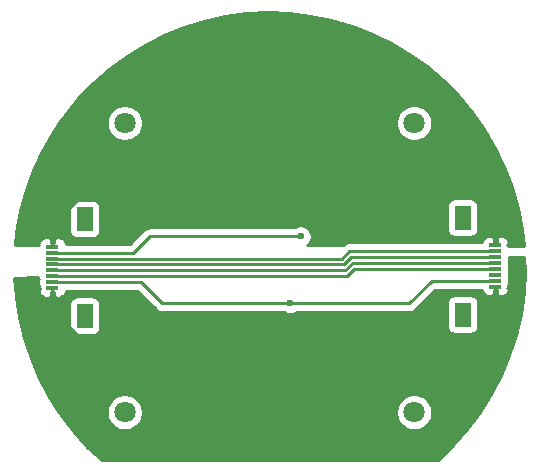
<source format=gbr>
G04 #@! TF.GenerationSoftware,KiCad,Pcbnew,(5.1.5)-3*
G04 #@! TF.CreationDate,2020-01-17T18:23:17+09:00*
G04 #@! TF.ProjectId,sig_sensor,7369675f-7365-46e7-936f-722e6b696361,rev?*
G04 #@! TF.SameCoordinates,Original*
G04 #@! TF.FileFunction,Copper,L1,Top*
G04 #@! TF.FilePolarity,Positive*
%FSLAX46Y46*%
G04 Gerber Fmt 4.6, Leading zero omitted, Abs format (unit mm)*
G04 Created by KiCad (PCBNEW (5.1.5)-3) date 2020-01-17 18:23:17*
%MOMM*%
%LPD*%
G04 APERTURE LIST*
%ADD10R,1.050000X0.350000*%
%ADD11R,1.350000X2.000000*%
%ADD12C,1.800000*%
%ADD13C,0.600000*%
%ADD14C,0.250000*%
%ADD15C,0.200000*%
%ADD16C,0.254000*%
G04 APERTURE END LIST*
D10*
X135160000Y-84750000D03*
X135160000Y-84250000D03*
X135160000Y-83750000D03*
X135160000Y-83250000D03*
X135160000Y-81250000D03*
X135160000Y-81750000D03*
X135160000Y-82250000D03*
X135160000Y-82750000D03*
D11*
X137910000Y-78900000D03*
X137910000Y-87100000D03*
D10*
X172660000Y-81140000D03*
X172660000Y-81640000D03*
X172660000Y-82140000D03*
X172660000Y-82640000D03*
X172660000Y-84640000D03*
X172660000Y-84140000D03*
X172660000Y-83640000D03*
X172660000Y-83140000D03*
D11*
X169910000Y-86990000D03*
X169910000Y-78790000D03*
D12*
X141300000Y-70770000D03*
X165800000Y-70770000D03*
X141300000Y-95270000D03*
X165800000Y-95270000D03*
D13*
X156380000Y-87820000D03*
X153941000Y-87800000D03*
X153090000Y-79450000D03*
X156190000Y-80380000D03*
X155300000Y-86040000D03*
D14*
X172660000Y-84640000D02*
X172660000Y-89468000D01*
X149184043Y-89468000D02*
X149124043Y-89408000D01*
X172660000Y-89468000D02*
X149184043Y-89468000D01*
X135160000Y-85175000D02*
X135160000Y-84750000D01*
X135160000Y-86610002D02*
X135160000Y-85175000D01*
X137957998Y-89408000D02*
X135160000Y-86610002D01*
X149124043Y-89408000D02*
X137957998Y-89408000D01*
X172660000Y-81140000D02*
X172660000Y-76260000D01*
X172660000Y-76260000D02*
X172600000Y-76200000D01*
X135160000Y-80825000D02*
X135160000Y-81250000D01*
X135160000Y-79389998D02*
X135160000Y-80825000D01*
X138349998Y-76200000D02*
X135160000Y-79389998D01*
X172600000Y-76200000D02*
X138349998Y-76200000D01*
X142036410Y-81750000D02*
X142076401Y-81710009D01*
X135160000Y-81750000D02*
X142036410Y-81750000D01*
X142076401Y-81710009D02*
X143283205Y-80503205D01*
X143283205Y-80503205D02*
X143406410Y-80380000D01*
X143406410Y-80380000D02*
X156190000Y-80380000D01*
X165376410Y-86040000D02*
X155300000Y-86040000D01*
X172660000Y-84140000D02*
X167276410Y-84140000D01*
X167276410Y-84140000D02*
X165376410Y-86040000D01*
X135935000Y-84250000D02*
X135160000Y-84250000D01*
X142690000Y-84250000D02*
X135935000Y-84250000D01*
X155300000Y-86040000D02*
X144480000Y-86040000D01*
X144480000Y-86040000D02*
X142690000Y-84250000D01*
X135935000Y-83250000D02*
X135160000Y-83250000D01*
X159992820Y-83250000D02*
X135935000Y-83250000D01*
X160602820Y-82640000D02*
X159992820Y-83250000D01*
X172660000Y-82640000D02*
X160602820Y-82640000D01*
X160330000Y-81640000D02*
X172660000Y-81640000D01*
X159710000Y-82260000D02*
X160330000Y-81640000D01*
X142182820Y-82260000D02*
X159710000Y-82260000D01*
X135160000Y-82250000D02*
X142172820Y-82250000D01*
X142172820Y-82250000D02*
X142182820Y-82260000D01*
X135935000Y-82750000D02*
X135160000Y-82750000D01*
X159856410Y-82750000D02*
X135935000Y-82750000D01*
X160466410Y-82140000D02*
X159856410Y-82750000D01*
X172660000Y-82140000D02*
X160466410Y-82140000D01*
D15*
X172635001Y-83115001D02*
X172660000Y-83140000D01*
D14*
X160739625Y-83140000D02*
X172660000Y-83140000D01*
X135010000Y-83750000D02*
X160129625Y-83750000D01*
X160129625Y-83750000D02*
X160739625Y-83140000D01*
D16*
G36*
X155202856Y-61460910D02*
G01*
X157001082Y-61674830D01*
X158775100Y-62038470D01*
X160512456Y-62549278D01*
X162200997Y-63203681D01*
X163828839Y-63997074D01*
X165384586Y-64923900D01*
X166857325Y-65977660D01*
X168236710Y-67150949D01*
X169513095Y-68435561D01*
X170677503Y-69822467D01*
X171721782Y-71301954D01*
X172638589Y-72863622D01*
X173421507Y-74496534D01*
X174065037Y-76189222D01*
X174564676Y-77929847D01*
X174916907Y-79706154D01*
X175079350Y-81150758D01*
X173735942Y-81148681D01*
X173715537Y-81110506D01*
X173682725Y-81070525D01*
X173820000Y-80933250D01*
X173808355Y-80828751D01*
X173769797Y-80709758D01*
X173708765Y-80600574D01*
X173627605Y-80505395D01*
X173529436Y-80427878D01*
X173418030Y-80371003D01*
X173297670Y-80336954D01*
X173172979Y-80327041D01*
X172945750Y-80330000D01*
X172787000Y-80488750D01*
X172787000Y-80826928D01*
X172533000Y-80826928D01*
X172533000Y-80488750D01*
X172374250Y-80330000D01*
X172147021Y-80327041D01*
X172022330Y-80336954D01*
X171901970Y-80371003D01*
X171790564Y-80427878D01*
X171692395Y-80505395D01*
X171611235Y-80600574D01*
X171550203Y-80709758D01*
X171511645Y-80828751D01*
X171505934Y-80880000D01*
X160367322Y-80880000D01*
X160329999Y-80876324D01*
X160292676Y-80880000D01*
X160292667Y-80880000D01*
X160181014Y-80890997D01*
X160037753Y-80934454D01*
X159905724Y-81005026D01*
X159905722Y-81005027D01*
X159905723Y-81005027D01*
X159818996Y-81076201D01*
X159818992Y-81076205D01*
X159789999Y-81099999D01*
X159767769Y-81127087D01*
X156761816Y-81122440D01*
X156786028Y-81106262D01*
X156916262Y-80976028D01*
X157018586Y-80822889D01*
X157089068Y-80652729D01*
X157125000Y-80472089D01*
X157125000Y-80287911D01*
X157089068Y-80107271D01*
X157018586Y-79937111D01*
X156916262Y-79783972D01*
X156786028Y-79653738D01*
X156632889Y-79551414D01*
X156462729Y-79480932D01*
X156282089Y-79445000D01*
X156097911Y-79445000D01*
X155917271Y-79480932D01*
X155747111Y-79551414D01*
X155644465Y-79620000D01*
X143443732Y-79620000D01*
X143406409Y-79616324D01*
X143369087Y-79620000D01*
X143369077Y-79620000D01*
X143257424Y-79630997D01*
X143114163Y-79674454D01*
X142982134Y-79745026D01*
X142866409Y-79839999D01*
X142842606Y-79869003D01*
X142772208Y-79939401D01*
X142772202Y-79939406D01*
X141721609Y-80990000D01*
X136314066Y-80990000D01*
X136308355Y-80938751D01*
X136269797Y-80819758D01*
X136208765Y-80710574D01*
X136127605Y-80615395D01*
X136029436Y-80537878D01*
X135918030Y-80481003D01*
X135797670Y-80446954D01*
X135672979Y-80437041D01*
X135445750Y-80440000D01*
X135287000Y-80598750D01*
X135287000Y-80936928D01*
X135033000Y-80936928D01*
X135033000Y-80598750D01*
X134874250Y-80440000D01*
X134647021Y-80437041D01*
X134522330Y-80446954D01*
X134401970Y-80481003D01*
X134290564Y-80537878D01*
X134192395Y-80615395D01*
X134111235Y-80710574D01*
X134050203Y-80819758D01*
X134011645Y-80938751D01*
X134000000Y-81043250D01*
X134044069Y-81087319D01*
X132032865Y-81084210D01*
X132137238Y-80016690D01*
X132463645Y-78235451D01*
X132554685Y-77900000D01*
X136596928Y-77900000D01*
X136596928Y-79900000D01*
X136609188Y-80024482D01*
X136645498Y-80144180D01*
X136704463Y-80254494D01*
X136783815Y-80351185D01*
X136880506Y-80430537D01*
X136990820Y-80489502D01*
X137110518Y-80525812D01*
X137235000Y-80538072D01*
X138585000Y-80538072D01*
X138709482Y-80525812D01*
X138829180Y-80489502D01*
X138939494Y-80430537D01*
X139036185Y-80351185D01*
X139115537Y-80254494D01*
X139174502Y-80144180D01*
X139210812Y-80024482D01*
X139223072Y-79900000D01*
X139223072Y-77900000D01*
X139212239Y-77790000D01*
X168596928Y-77790000D01*
X168596928Y-79790000D01*
X168609188Y-79914482D01*
X168645498Y-80034180D01*
X168704463Y-80144494D01*
X168783815Y-80241185D01*
X168880506Y-80320537D01*
X168990820Y-80379502D01*
X169110518Y-80415812D01*
X169235000Y-80428072D01*
X170585000Y-80428072D01*
X170709482Y-80415812D01*
X170829180Y-80379502D01*
X170939494Y-80320537D01*
X171036185Y-80241185D01*
X171115537Y-80144494D01*
X171174502Y-80034180D01*
X171210812Y-79914482D01*
X171223072Y-79790000D01*
X171223072Y-77790000D01*
X171210812Y-77665518D01*
X171174502Y-77545820D01*
X171115537Y-77435506D01*
X171036185Y-77338815D01*
X170939494Y-77259463D01*
X170829180Y-77200498D01*
X170709482Y-77164188D01*
X170585000Y-77151928D01*
X169235000Y-77151928D01*
X169110518Y-77164188D01*
X168990820Y-77200498D01*
X168880506Y-77259463D01*
X168783815Y-77338815D01*
X168704463Y-77435506D01*
X168645498Y-77545820D01*
X168609188Y-77665518D01*
X168596928Y-77790000D01*
X139212239Y-77790000D01*
X139210812Y-77775518D01*
X139174502Y-77655820D01*
X139115537Y-77545506D01*
X139036185Y-77448815D01*
X138939494Y-77369463D01*
X138829180Y-77310498D01*
X138709482Y-77274188D01*
X138585000Y-77261928D01*
X137235000Y-77261928D01*
X137110518Y-77274188D01*
X136990820Y-77310498D01*
X136880506Y-77369463D01*
X136783815Y-77448815D01*
X136704463Y-77545506D01*
X136645498Y-77655820D01*
X136609188Y-77775518D01*
X136596928Y-77900000D01*
X132554685Y-77900000D01*
X132937959Y-76487770D01*
X133556853Y-74785903D01*
X134315979Y-73141805D01*
X135210021Y-71566991D01*
X135858863Y-70618816D01*
X139765000Y-70618816D01*
X139765000Y-70921184D01*
X139823989Y-71217743D01*
X139939701Y-71497095D01*
X140107688Y-71748505D01*
X140321495Y-71962312D01*
X140572905Y-72130299D01*
X140852257Y-72246011D01*
X141148816Y-72305000D01*
X141451184Y-72305000D01*
X141747743Y-72246011D01*
X142027095Y-72130299D01*
X142278505Y-71962312D01*
X142492312Y-71748505D01*
X142660299Y-71497095D01*
X142776011Y-71217743D01*
X142835000Y-70921184D01*
X142835000Y-70618816D01*
X164265000Y-70618816D01*
X164265000Y-70921184D01*
X164323989Y-71217743D01*
X164439701Y-71497095D01*
X164607688Y-71748505D01*
X164821495Y-71962312D01*
X165072905Y-72130299D01*
X165352257Y-72246011D01*
X165648816Y-72305000D01*
X165951184Y-72305000D01*
X166247743Y-72246011D01*
X166527095Y-72130299D01*
X166778505Y-71962312D01*
X166992312Y-71748505D01*
X167160299Y-71497095D01*
X167276011Y-71217743D01*
X167335000Y-70921184D01*
X167335000Y-70618816D01*
X167276011Y-70322257D01*
X167160299Y-70042905D01*
X166992312Y-69791495D01*
X166778505Y-69577688D01*
X166527095Y-69409701D01*
X166247743Y-69293989D01*
X165951184Y-69235000D01*
X165648816Y-69235000D01*
X165352257Y-69293989D01*
X165072905Y-69409701D01*
X164821495Y-69577688D01*
X164607688Y-69791495D01*
X164439701Y-70042905D01*
X164323989Y-70322257D01*
X164265000Y-70618816D01*
X142835000Y-70618816D01*
X142776011Y-70322257D01*
X142660299Y-70042905D01*
X142492312Y-69791495D01*
X142278505Y-69577688D01*
X142027095Y-69409701D01*
X141747743Y-69293989D01*
X141451184Y-69235000D01*
X141148816Y-69235000D01*
X140852257Y-69293989D01*
X140572905Y-69409701D01*
X140321495Y-69577688D01*
X140107688Y-69791495D01*
X139939701Y-70042905D01*
X139823989Y-70322257D01*
X139765000Y-70618816D01*
X135858863Y-70618816D01*
X136232710Y-70072501D01*
X137376865Y-68668835D01*
X138634459Y-67365834D01*
X139996664Y-66172646D01*
X141453959Y-65097610D01*
X142996084Y-64148298D01*
X144612249Y-63331351D01*
X146291102Y-62652510D01*
X148020852Y-62116536D01*
X149789414Y-61727179D01*
X151584328Y-61487178D01*
X153393053Y-61398214D01*
X155202856Y-61460910D01*
G37*
X155202856Y-61460910D02*
X157001082Y-61674830D01*
X158775100Y-62038470D01*
X160512456Y-62549278D01*
X162200997Y-63203681D01*
X163828839Y-63997074D01*
X165384586Y-64923900D01*
X166857325Y-65977660D01*
X168236710Y-67150949D01*
X169513095Y-68435561D01*
X170677503Y-69822467D01*
X171721782Y-71301954D01*
X172638589Y-72863622D01*
X173421507Y-74496534D01*
X174065037Y-76189222D01*
X174564676Y-77929847D01*
X174916907Y-79706154D01*
X175079350Y-81150758D01*
X173735942Y-81148681D01*
X173715537Y-81110506D01*
X173682725Y-81070525D01*
X173820000Y-80933250D01*
X173808355Y-80828751D01*
X173769797Y-80709758D01*
X173708765Y-80600574D01*
X173627605Y-80505395D01*
X173529436Y-80427878D01*
X173418030Y-80371003D01*
X173297670Y-80336954D01*
X173172979Y-80327041D01*
X172945750Y-80330000D01*
X172787000Y-80488750D01*
X172787000Y-80826928D01*
X172533000Y-80826928D01*
X172533000Y-80488750D01*
X172374250Y-80330000D01*
X172147021Y-80327041D01*
X172022330Y-80336954D01*
X171901970Y-80371003D01*
X171790564Y-80427878D01*
X171692395Y-80505395D01*
X171611235Y-80600574D01*
X171550203Y-80709758D01*
X171511645Y-80828751D01*
X171505934Y-80880000D01*
X160367322Y-80880000D01*
X160329999Y-80876324D01*
X160292676Y-80880000D01*
X160292667Y-80880000D01*
X160181014Y-80890997D01*
X160037753Y-80934454D01*
X159905724Y-81005026D01*
X159905722Y-81005027D01*
X159905723Y-81005027D01*
X159818996Y-81076201D01*
X159818992Y-81076205D01*
X159789999Y-81099999D01*
X159767769Y-81127087D01*
X156761816Y-81122440D01*
X156786028Y-81106262D01*
X156916262Y-80976028D01*
X157018586Y-80822889D01*
X157089068Y-80652729D01*
X157125000Y-80472089D01*
X157125000Y-80287911D01*
X157089068Y-80107271D01*
X157018586Y-79937111D01*
X156916262Y-79783972D01*
X156786028Y-79653738D01*
X156632889Y-79551414D01*
X156462729Y-79480932D01*
X156282089Y-79445000D01*
X156097911Y-79445000D01*
X155917271Y-79480932D01*
X155747111Y-79551414D01*
X155644465Y-79620000D01*
X143443732Y-79620000D01*
X143406409Y-79616324D01*
X143369087Y-79620000D01*
X143369077Y-79620000D01*
X143257424Y-79630997D01*
X143114163Y-79674454D01*
X142982134Y-79745026D01*
X142866409Y-79839999D01*
X142842606Y-79869003D01*
X142772208Y-79939401D01*
X142772202Y-79939406D01*
X141721609Y-80990000D01*
X136314066Y-80990000D01*
X136308355Y-80938751D01*
X136269797Y-80819758D01*
X136208765Y-80710574D01*
X136127605Y-80615395D01*
X136029436Y-80537878D01*
X135918030Y-80481003D01*
X135797670Y-80446954D01*
X135672979Y-80437041D01*
X135445750Y-80440000D01*
X135287000Y-80598750D01*
X135287000Y-80936928D01*
X135033000Y-80936928D01*
X135033000Y-80598750D01*
X134874250Y-80440000D01*
X134647021Y-80437041D01*
X134522330Y-80446954D01*
X134401970Y-80481003D01*
X134290564Y-80537878D01*
X134192395Y-80615395D01*
X134111235Y-80710574D01*
X134050203Y-80819758D01*
X134011645Y-80938751D01*
X134000000Y-81043250D01*
X134044069Y-81087319D01*
X132032865Y-81084210D01*
X132137238Y-80016690D01*
X132463645Y-78235451D01*
X132554685Y-77900000D01*
X136596928Y-77900000D01*
X136596928Y-79900000D01*
X136609188Y-80024482D01*
X136645498Y-80144180D01*
X136704463Y-80254494D01*
X136783815Y-80351185D01*
X136880506Y-80430537D01*
X136990820Y-80489502D01*
X137110518Y-80525812D01*
X137235000Y-80538072D01*
X138585000Y-80538072D01*
X138709482Y-80525812D01*
X138829180Y-80489502D01*
X138939494Y-80430537D01*
X139036185Y-80351185D01*
X139115537Y-80254494D01*
X139174502Y-80144180D01*
X139210812Y-80024482D01*
X139223072Y-79900000D01*
X139223072Y-77900000D01*
X139212239Y-77790000D01*
X168596928Y-77790000D01*
X168596928Y-79790000D01*
X168609188Y-79914482D01*
X168645498Y-80034180D01*
X168704463Y-80144494D01*
X168783815Y-80241185D01*
X168880506Y-80320537D01*
X168990820Y-80379502D01*
X169110518Y-80415812D01*
X169235000Y-80428072D01*
X170585000Y-80428072D01*
X170709482Y-80415812D01*
X170829180Y-80379502D01*
X170939494Y-80320537D01*
X171036185Y-80241185D01*
X171115537Y-80144494D01*
X171174502Y-80034180D01*
X171210812Y-79914482D01*
X171223072Y-79790000D01*
X171223072Y-77790000D01*
X171210812Y-77665518D01*
X171174502Y-77545820D01*
X171115537Y-77435506D01*
X171036185Y-77338815D01*
X170939494Y-77259463D01*
X170829180Y-77200498D01*
X170709482Y-77164188D01*
X170585000Y-77151928D01*
X169235000Y-77151928D01*
X169110518Y-77164188D01*
X168990820Y-77200498D01*
X168880506Y-77259463D01*
X168783815Y-77338815D01*
X168704463Y-77435506D01*
X168645498Y-77545820D01*
X168609188Y-77665518D01*
X168596928Y-77790000D01*
X139212239Y-77790000D01*
X139210812Y-77775518D01*
X139174502Y-77655820D01*
X139115537Y-77545506D01*
X139036185Y-77448815D01*
X138939494Y-77369463D01*
X138829180Y-77310498D01*
X138709482Y-77274188D01*
X138585000Y-77261928D01*
X137235000Y-77261928D01*
X137110518Y-77274188D01*
X136990820Y-77310498D01*
X136880506Y-77369463D01*
X136783815Y-77448815D01*
X136704463Y-77545506D01*
X136645498Y-77655820D01*
X136609188Y-77775518D01*
X136596928Y-77900000D01*
X132554685Y-77900000D01*
X132937959Y-76487770D01*
X133556853Y-74785903D01*
X134315979Y-73141805D01*
X135210021Y-71566991D01*
X135858863Y-70618816D01*
X139765000Y-70618816D01*
X139765000Y-70921184D01*
X139823989Y-71217743D01*
X139939701Y-71497095D01*
X140107688Y-71748505D01*
X140321495Y-71962312D01*
X140572905Y-72130299D01*
X140852257Y-72246011D01*
X141148816Y-72305000D01*
X141451184Y-72305000D01*
X141747743Y-72246011D01*
X142027095Y-72130299D01*
X142278505Y-71962312D01*
X142492312Y-71748505D01*
X142660299Y-71497095D01*
X142776011Y-71217743D01*
X142835000Y-70921184D01*
X142835000Y-70618816D01*
X164265000Y-70618816D01*
X164265000Y-70921184D01*
X164323989Y-71217743D01*
X164439701Y-71497095D01*
X164607688Y-71748505D01*
X164821495Y-71962312D01*
X165072905Y-72130299D01*
X165352257Y-72246011D01*
X165648816Y-72305000D01*
X165951184Y-72305000D01*
X166247743Y-72246011D01*
X166527095Y-72130299D01*
X166778505Y-71962312D01*
X166992312Y-71748505D01*
X167160299Y-71497095D01*
X167276011Y-71217743D01*
X167335000Y-70921184D01*
X167335000Y-70618816D01*
X167276011Y-70322257D01*
X167160299Y-70042905D01*
X166992312Y-69791495D01*
X166778505Y-69577688D01*
X166527095Y-69409701D01*
X166247743Y-69293989D01*
X165951184Y-69235000D01*
X165648816Y-69235000D01*
X165352257Y-69293989D01*
X165072905Y-69409701D01*
X164821495Y-69577688D01*
X164607688Y-69791495D01*
X164439701Y-70042905D01*
X164323989Y-70322257D01*
X164265000Y-70618816D01*
X142835000Y-70618816D01*
X142776011Y-70322257D01*
X142660299Y-70042905D01*
X142492312Y-69791495D01*
X142278505Y-69577688D01*
X142027095Y-69409701D01*
X141747743Y-69293989D01*
X141451184Y-69235000D01*
X141148816Y-69235000D01*
X140852257Y-69293989D01*
X140572905Y-69409701D01*
X140321495Y-69577688D01*
X140107688Y-69791495D01*
X139939701Y-70042905D01*
X139823989Y-70322257D01*
X139765000Y-70618816D01*
X135858863Y-70618816D01*
X136232710Y-70072501D01*
X137376865Y-68668835D01*
X138634459Y-67365834D01*
X139996664Y-66172646D01*
X141453959Y-65097610D01*
X142996084Y-64148298D01*
X144612249Y-63331351D01*
X146291102Y-62652510D01*
X148020852Y-62116536D01*
X149789414Y-61727179D01*
X151584328Y-61487178D01*
X153393053Y-61398214D01*
X155202856Y-61460910D01*
G36*
X175137584Y-82155097D02*
G01*
X175170331Y-83315900D01*
X175069746Y-85124000D01*
X174818214Y-86917350D01*
X174417504Y-88683349D01*
X173870420Y-90409641D01*
X173180804Y-92084094D01*
X172353489Y-93694973D01*
X171394287Y-95230965D01*
X170309915Y-96681315D01*
X169107986Y-98035835D01*
X167788147Y-99293401D01*
X167762043Y-99315945D01*
X139362163Y-99324914D01*
X138211641Y-98260112D01*
X136990177Y-96923184D01*
X135884861Y-95488727D01*
X135646325Y-95118816D01*
X139765000Y-95118816D01*
X139765000Y-95421184D01*
X139823989Y-95717743D01*
X139939701Y-95997095D01*
X140107688Y-96248505D01*
X140321495Y-96462312D01*
X140572905Y-96630299D01*
X140852257Y-96746011D01*
X141148816Y-96805000D01*
X141451184Y-96805000D01*
X141747743Y-96746011D01*
X142027095Y-96630299D01*
X142278505Y-96462312D01*
X142492312Y-96248505D01*
X142660299Y-95997095D01*
X142776011Y-95717743D01*
X142835000Y-95421184D01*
X142835000Y-95118816D01*
X164265000Y-95118816D01*
X164265000Y-95421184D01*
X164323989Y-95717743D01*
X164439701Y-95997095D01*
X164607688Y-96248505D01*
X164821495Y-96462312D01*
X165072905Y-96630299D01*
X165352257Y-96746011D01*
X165648816Y-96805000D01*
X165951184Y-96805000D01*
X166247743Y-96746011D01*
X166527095Y-96630299D01*
X166778505Y-96462312D01*
X166992312Y-96248505D01*
X167160299Y-95997095D01*
X167276011Y-95717743D01*
X167335000Y-95421184D01*
X167335000Y-95118816D01*
X167276011Y-94822257D01*
X167160299Y-94542905D01*
X166992312Y-94291495D01*
X166778505Y-94077688D01*
X166527095Y-93909701D01*
X166247743Y-93793989D01*
X165951184Y-93735000D01*
X165648816Y-93735000D01*
X165352257Y-93793989D01*
X165072905Y-93909701D01*
X164821495Y-94077688D01*
X164607688Y-94291495D01*
X164439701Y-94542905D01*
X164323989Y-94822257D01*
X164265000Y-95118816D01*
X142835000Y-95118816D01*
X142776011Y-94822257D01*
X142660299Y-94542905D01*
X142492312Y-94291495D01*
X142278505Y-94077688D01*
X142027095Y-93909701D01*
X141747743Y-93793989D01*
X141451184Y-93735000D01*
X141148816Y-93735000D01*
X140852257Y-93793989D01*
X140572905Y-93909701D01*
X140321495Y-94077688D01*
X140107688Y-94291495D01*
X139939701Y-94542905D01*
X139823989Y-94822257D01*
X139765000Y-95118816D01*
X135646325Y-95118816D01*
X134903463Y-93966823D01*
X134052850Y-92368124D01*
X133338999Y-90703859D01*
X132766915Y-88985701D01*
X132340605Y-87225693D01*
X132166019Y-86100000D01*
X136596928Y-86100000D01*
X136596928Y-88100000D01*
X136609188Y-88224482D01*
X136645498Y-88344180D01*
X136704463Y-88454494D01*
X136783815Y-88551185D01*
X136880506Y-88630537D01*
X136990820Y-88689502D01*
X137110518Y-88725812D01*
X137235000Y-88738072D01*
X138585000Y-88738072D01*
X138709482Y-88725812D01*
X138829180Y-88689502D01*
X138939494Y-88630537D01*
X139036185Y-88551185D01*
X139115537Y-88454494D01*
X139174502Y-88344180D01*
X139210812Y-88224482D01*
X139223072Y-88100000D01*
X139223072Y-86100000D01*
X139210812Y-85975518D01*
X139174502Y-85855820D01*
X139115537Y-85745506D01*
X139036185Y-85648815D01*
X138939494Y-85569463D01*
X138829180Y-85510498D01*
X138709482Y-85474188D01*
X138585000Y-85461928D01*
X137235000Y-85461928D01*
X137110518Y-85474188D01*
X136990820Y-85510498D01*
X136880506Y-85569463D01*
X136783815Y-85648815D01*
X136704463Y-85745506D01*
X136645498Y-85855820D01*
X136609188Y-85975518D01*
X136596928Y-86100000D01*
X132166019Y-86100000D01*
X132063066Y-85436182D01*
X131955898Y-83909687D01*
X133996928Y-83824045D01*
X133996928Y-83925000D01*
X134004315Y-84000000D01*
X133996928Y-84075000D01*
X133996928Y-84425000D01*
X134004552Y-84502406D01*
X134000000Y-84543250D01*
X134010475Y-84553725D01*
X134045498Y-84669180D01*
X134104463Y-84779494D01*
X134137275Y-84819475D01*
X134000000Y-84956750D01*
X134011645Y-85061249D01*
X134050203Y-85180242D01*
X134111235Y-85289426D01*
X134192395Y-85384605D01*
X134290564Y-85462122D01*
X134401970Y-85518997D01*
X134522330Y-85553046D01*
X134647021Y-85562959D01*
X134874250Y-85560000D01*
X135033000Y-85401250D01*
X135033000Y-85063072D01*
X135287000Y-85063072D01*
X135287000Y-85401250D01*
X135445750Y-85560000D01*
X135672979Y-85562959D01*
X135797670Y-85553046D01*
X135918030Y-85518997D01*
X136029436Y-85462122D01*
X136127605Y-85384605D01*
X136208765Y-85289426D01*
X136269797Y-85180242D01*
X136308355Y-85061249D01*
X136314066Y-85010000D01*
X142375199Y-85010000D01*
X143916201Y-86551003D01*
X143939999Y-86580001D01*
X144055724Y-86674974D01*
X144187753Y-86745546D01*
X144331014Y-86789003D01*
X144442667Y-86800000D01*
X144442676Y-86800000D01*
X144479999Y-86803676D01*
X144517322Y-86800000D01*
X154754465Y-86800000D01*
X154857111Y-86868586D01*
X155027271Y-86939068D01*
X155207911Y-86975000D01*
X155392089Y-86975000D01*
X155572729Y-86939068D01*
X155742889Y-86868586D01*
X155845535Y-86800000D01*
X165339088Y-86800000D01*
X165376410Y-86803676D01*
X165413732Y-86800000D01*
X165413743Y-86800000D01*
X165525396Y-86789003D01*
X165668657Y-86745546D01*
X165800686Y-86674974D01*
X165916411Y-86580001D01*
X165940214Y-86550997D01*
X166501211Y-85990000D01*
X168596928Y-85990000D01*
X168596928Y-87990000D01*
X168609188Y-88114482D01*
X168645498Y-88234180D01*
X168704463Y-88344494D01*
X168783815Y-88441185D01*
X168880506Y-88520537D01*
X168990820Y-88579502D01*
X169110518Y-88615812D01*
X169235000Y-88628072D01*
X170585000Y-88628072D01*
X170709482Y-88615812D01*
X170829180Y-88579502D01*
X170939494Y-88520537D01*
X171036185Y-88441185D01*
X171115537Y-88344494D01*
X171174502Y-88234180D01*
X171210812Y-88114482D01*
X171223072Y-87990000D01*
X171223072Y-85990000D01*
X171210812Y-85865518D01*
X171174502Y-85745820D01*
X171115537Y-85635506D01*
X171036185Y-85538815D01*
X170939494Y-85459463D01*
X170829180Y-85400498D01*
X170709482Y-85364188D01*
X170585000Y-85351928D01*
X169235000Y-85351928D01*
X169110518Y-85364188D01*
X168990820Y-85400498D01*
X168880506Y-85459463D01*
X168783815Y-85538815D01*
X168704463Y-85635506D01*
X168645498Y-85745820D01*
X168609188Y-85865518D01*
X168596928Y-85990000D01*
X166501211Y-85990000D01*
X167591212Y-84900000D01*
X171505934Y-84900000D01*
X171511645Y-84951249D01*
X171550203Y-85070242D01*
X171611235Y-85179426D01*
X171692395Y-85274605D01*
X171790564Y-85352122D01*
X171901970Y-85408997D01*
X172022330Y-85443046D01*
X172147021Y-85452959D01*
X172374250Y-85450000D01*
X172533000Y-85291250D01*
X172533000Y-84953072D01*
X172787000Y-84953072D01*
X172787000Y-85291250D01*
X172945750Y-85450000D01*
X173172979Y-85452959D01*
X173297670Y-85443046D01*
X173418030Y-85408997D01*
X173529436Y-85352122D01*
X173627605Y-85274605D01*
X173708765Y-85179426D01*
X173769797Y-85070242D01*
X173808355Y-84951249D01*
X173820000Y-84846750D01*
X173682725Y-84709475D01*
X173715537Y-84669494D01*
X173774502Y-84559180D01*
X173809525Y-84443725D01*
X173820000Y-84433250D01*
X173815448Y-84392406D01*
X173823072Y-84315000D01*
X173823072Y-83965000D01*
X173815685Y-83890000D01*
X173823072Y-83815000D01*
X173823072Y-83465000D01*
X173815685Y-83390000D01*
X173823072Y-83315000D01*
X173823072Y-82965000D01*
X173815685Y-82890000D01*
X173823072Y-82815000D01*
X173823072Y-82465000D01*
X173815685Y-82390000D01*
X173823072Y-82315000D01*
X173823072Y-82152927D01*
X174201440Y-82137051D01*
X175137584Y-82155097D01*
G37*
X175137584Y-82155097D02*
X175170331Y-83315900D01*
X175069746Y-85124000D01*
X174818214Y-86917350D01*
X174417504Y-88683349D01*
X173870420Y-90409641D01*
X173180804Y-92084094D01*
X172353489Y-93694973D01*
X171394287Y-95230965D01*
X170309915Y-96681315D01*
X169107986Y-98035835D01*
X167788147Y-99293401D01*
X167762043Y-99315945D01*
X139362163Y-99324914D01*
X138211641Y-98260112D01*
X136990177Y-96923184D01*
X135884861Y-95488727D01*
X135646325Y-95118816D01*
X139765000Y-95118816D01*
X139765000Y-95421184D01*
X139823989Y-95717743D01*
X139939701Y-95997095D01*
X140107688Y-96248505D01*
X140321495Y-96462312D01*
X140572905Y-96630299D01*
X140852257Y-96746011D01*
X141148816Y-96805000D01*
X141451184Y-96805000D01*
X141747743Y-96746011D01*
X142027095Y-96630299D01*
X142278505Y-96462312D01*
X142492312Y-96248505D01*
X142660299Y-95997095D01*
X142776011Y-95717743D01*
X142835000Y-95421184D01*
X142835000Y-95118816D01*
X164265000Y-95118816D01*
X164265000Y-95421184D01*
X164323989Y-95717743D01*
X164439701Y-95997095D01*
X164607688Y-96248505D01*
X164821495Y-96462312D01*
X165072905Y-96630299D01*
X165352257Y-96746011D01*
X165648816Y-96805000D01*
X165951184Y-96805000D01*
X166247743Y-96746011D01*
X166527095Y-96630299D01*
X166778505Y-96462312D01*
X166992312Y-96248505D01*
X167160299Y-95997095D01*
X167276011Y-95717743D01*
X167335000Y-95421184D01*
X167335000Y-95118816D01*
X167276011Y-94822257D01*
X167160299Y-94542905D01*
X166992312Y-94291495D01*
X166778505Y-94077688D01*
X166527095Y-93909701D01*
X166247743Y-93793989D01*
X165951184Y-93735000D01*
X165648816Y-93735000D01*
X165352257Y-93793989D01*
X165072905Y-93909701D01*
X164821495Y-94077688D01*
X164607688Y-94291495D01*
X164439701Y-94542905D01*
X164323989Y-94822257D01*
X164265000Y-95118816D01*
X142835000Y-95118816D01*
X142776011Y-94822257D01*
X142660299Y-94542905D01*
X142492312Y-94291495D01*
X142278505Y-94077688D01*
X142027095Y-93909701D01*
X141747743Y-93793989D01*
X141451184Y-93735000D01*
X141148816Y-93735000D01*
X140852257Y-93793989D01*
X140572905Y-93909701D01*
X140321495Y-94077688D01*
X140107688Y-94291495D01*
X139939701Y-94542905D01*
X139823989Y-94822257D01*
X139765000Y-95118816D01*
X135646325Y-95118816D01*
X134903463Y-93966823D01*
X134052850Y-92368124D01*
X133338999Y-90703859D01*
X132766915Y-88985701D01*
X132340605Y-87225693D01*
X132166019Y-86100000D01*
X136596928Y-86100000D01*
X136596928Y-88100000D01*
X136609188Y-88224482D01*
X136645498Y-88344180D01*
X136704463Y-88454494D01*
X136783815Y-88551185D01*
X136880506Y-88630537D01*
X136990820Y-88689502D01*
X137110518Y-88725812D01*
X137235000Y-88738072D01*
X138585000Y-88738072D01*
X138709482Y-88725812D01*
X138829180Y-88689502D01*
X138939494Y-88630537D01*
X139036185Y-88551185D01*
X139115537Y-88454494D01*
X139174502Y-88344180D01*
X139210812Y-88224482D01*
X139223072Y-88100000D01*
X139223072Y-86100000D01*
X139210812Y-85975518D01*
X139174502Y-85855820D01*
X139115537Y-85745506D01*
X139036185Y-85648815D01*
X138939494Y-85569463D01*
X138829180Y-85510498D01*
X138709482Y-85474188D01*
X138585000Y-85461928D01*
X137235000Y-85461928D01*
X137110518Y-85474188D01*
X136990820Y-85510498D01*
X136880506Y-85569463D01*
X136783815Y-85648815D01*
X136704463Y-85745506D01*
X136645498Y-85855820D01*
X136609188Y-85975518D01*
X136596928Y-86100000D01*
X132166019Y-86100000D01*
X132063066Y-85436182D01*
X131955898Y-83909687D01*
X133996928Y-83824045D01*
X133996928Y-83925000D01*
X134004315Y-84000000D01*
X133996928Y-84075000D01*
X133996928Y-84425000D01*
X134004552Y-84502406D01*
X134000000Y-84543250D01*
X134010475Y-84553725D01*
X134045498Y-84669180D01*
X134104463Y-84779494D01*
X134137275Y-84819475D01*
X134000000Y-84956750D01*
X134011645Y-85061249D01*
X134050203Y-85180242D01*
X134111235Y-85289426D01*
X134192395Y-85384605D01*
X134290564Y-85462122D01*
X134401970Y-85518997D01*
X134522330Y-85553046D01*
X134647021Y-85562959D01*
X134874250Y-85560000D01*
X135033000Y-85401250D01*
X135033000Y-85063072D01*
X135287000Y-85063072D01*
X135287000Y-85401250D01*
X135445750Y-85560000D01*
X135672979Y-85562959D01*
X135797670Y-85553046D01*
X135918030Y-85518997D01*
X136029436Y-85462122D01*
X136127605Y-85384605D01*
X136208765Y-85289426D01*
X136269797Y-85180242D01*
X136308355Y-85061249D01*
X136314066Y-85010000D01*
X142375199Y-85010000D01*
X143916201Y-86551003D01*
X143939999Y-86580001D01*
X144055724Y-86674974D01*
X144187753Y-86745546D01*
X144331014Y-86789003D01*
X144442667Y-86800000D01*
X144442676Y-86800000D01*
X144479999Y-86803676D01*
X144517322Y-86800000D01*
X154754465Y-86800000D01*
X154857111Y-86868586D01*
X155027271Y-86939068D01*
X155207911Y-86975000D01*
X155392089Y-86975000D01*
X155572729Y-86939068D01*
X155742889Y-86868586D01*
X155845535Y-86800000D01*
X165339088Y-86800000D01*
X165376410Y-86803676D01*
X165413732Y-86800000D01*
X165413743Y-86800000D01*
X165525396Y-86789003D01*
X165668657Y-86745546D01*
X165800686Y-86674974D01*
X165916411Y-86580001D01*
X165940214Y-86550997D01*
X166501211Y-85990000D01*
X168596928Y-85990000D01*
X168596928Y-87990000D01*
X168609188Y-88114482D01*
X168645498Y-88234180D01*
X168704463Y-88344494D01*
X168783815Y-88441185D01*
X168880506Y-88520537D01*
X168990820Y-88579502D01*
X169110518Y-88615812D01*
X169235000Y-88628072D01*
X170585000Y-88628072D01*
X170709482Y-88615812D01*
X170829180Y-88579502D01*
X170939494Y-88520537D01*
X171036185Y-88441185D01*
X171115537Y-88344494D01*
X171174502Y-88234180D01*
X171210812Y-88114482D01*
X171223072Y-87990000D01*
X171223072Y-85990000D01*
X171210812Y-85865518D01*
X171174502Y-85745820D01*
X171115537Y-85635506D01*
X171036185Y-85538815D01*
X170939494Y-85459463D01*
X170829180Y-85400498D01*
X170709482Y-85364188D01*
X170585000Y-85351928D01*
X169235000Y-85351928D01*
X169110518Y-85364188D01*
X168990820Y-85400498D01*
X168880506Y-85459463D01*
X168783815Y-85538815D01*
X168704463Y-85635506D01*
X168645498Y-85745820D01*
X168609188Y-85865518D01*
X168596928Y-85990000D01*
X166501211Y-85990000D01*
X167591212Y-84900000D01*
X171505934Y-84900000D01*
X171511645Y-84951249D01*
X171550203Y-85070242D01*
X171611235Y-85179426D01*
X171692395Y-85274605D01*
X171790564Y-85352122D01*
X171901970Y-85408997D01*
X172022330Y-85443046D01*
X172147021Y-85452959D01*
X172374250Y-85450000D01*
X172533000Y-85291250D01*
X172533000Y-84953072D01*
X172787000Y-84953072D01*
X172787000Y-85291250D01*
X172945750Y-85450000D01*
X173172979Y-85452959D01*
X173297670Y-85443046D01*
X173418030Y-85408997D01*
X173529436Y-85352122D01*
X173627605Y-85274605D01*
X173708765Y-85179426D01*
X173769797Y-85070242D01*
X173808355Y-84951249D01*
X173820000Y-84846750D01*
X173682725Y-84709475D01*
X173715537Y-84669494D01*
X173774502Y-84559180D01*
X173809525Y-84443725D01*
X173820000Y-84433250D01*
X173815448Y-84392406D01*
X173823072Y-84315000D01*
X173823072Y-83965000D01*
X173815685Y-83890000D01*
X173823072Y-83815000D01*
X173823072Y-83465000D01*
X173815685Y-83390000D01*
X173823072Y-83315000D01*
X173823072Y-82965000D01*
X173815685Y-82890000D01*
X173823072Y-82815000D01*
X173823072Y-82465000D01*
X173815685Y-82390000D01*
X173823072Y-82315000D01*
X173823072Y-82152927D01*
X174201440Y-82137051D01*
X175137584Y-82155097D01*
M02*

</source>
